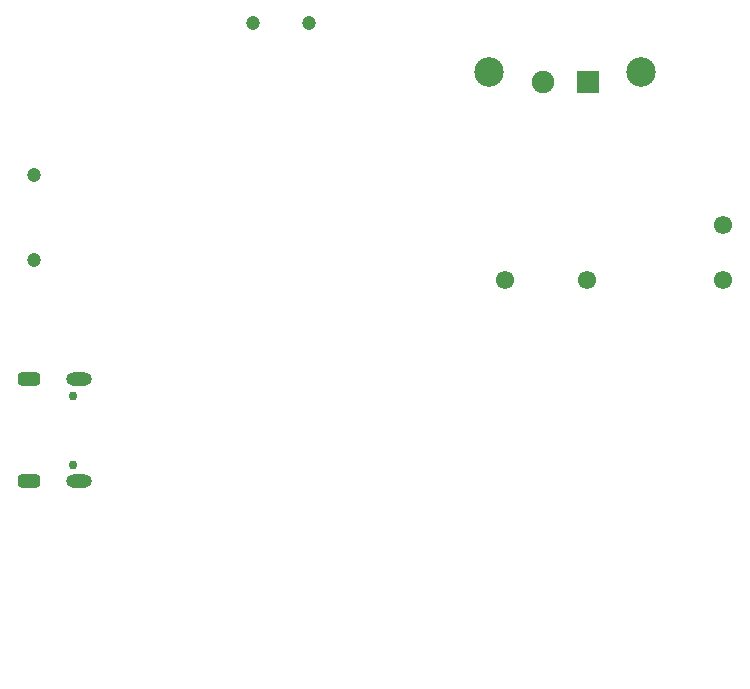
<source format=gbr>
%TF.GenerationSoftware,Altium Limited,Altium Designer,24.4.1 (13)*%
G04 Layer_Color=16711935*
%FSLAX45Y45*%
%MOMM*%
%TF.SameCoordinates,BD841E63-566E-43FA-B15A-678BD665FBE9*%
%TF.FilePolarity,Negative*%
%TF.FileFunction,Soldermask,Bot*%
%TF.Part,Single*%
G01*
G75*
%TA.AperFunction,ComponentPad*%
%ADD72C,1.54940*%
%ADD130C,1.90160*%
%ADD131R,1.90160X1.90160*%
%ADD132C,2.50160*%
%ADD133C,1.20160*%
G04:AMPARAMS|DCode=134|XSize=1.9016mm|YSize=1.1016mm|CornerRadius=0.3008mm|HoleSize=0mm|Usage=FLASHONLY|Rotation=0.000|XOffset=0mm|YOffset=0mm|HoleType=Round|Shape=RoundedRectangle|*
%AMROUNDEDRECTD134*
21,1,1.90160,0.50000,0,0,0.0*
21,1,1.30000,1.10160,0,0,0.0*
1,1,0.60160,0.65000,-0.25000*
1,1,0.60160,-0.65000,-0.25000*
1,1,0.60160,-0.65000,0.25000*
1,1,0.60160,0.65000,0.25000*
%
%ADD134ROUNDEDRECTD134*%
%ADD135O,2.20160X1.10160*%
%ADD136C,0.75160*%
%TA.AperFunction,WasherPad*%
%ADD137C,0.10160*%
D72*
X6857484Y7850510D02*
D03*
X7558524D02*
D03*
X8709144D02*
D03*
Y8320410D02*
D03*
D130*
X7179000Y9527500D02*
D03*
D131*
X7560000D02*
D03*
D132*
X8010000Y9617500D02*
D03*
X6729000D02*
D03*
D133*
X2872500Y8740000D02*
D03*
Y8020000D02*
D03*
X4727500Y10030000D02*
D03*
X5197500D02*
D03*
D134*
X2834500Y7012500D02*
D03*
Y6148500D02*
D03*
D135*
X3252500Y7012500D02*
D03*
Y6148500D02*
D03*
D136*
X3202500Y6291500D02*
D03*
Y6869500D02*
D03*
D137*
X8730000Y9952500D02*
D03*
Y4535000D02*
D03*
X2942500D02*
D03*
Y9952500D02*
D03*
%TF.MD5,b4142fa3d19f148c92138794a7aba311*%
M02*

</source>
